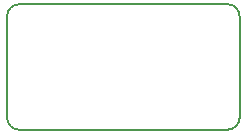
<source format=gko>
G04 Layer_Color=16711935*
%FSAX25Y25*%
%MOIN*%
G70*
G01*
G75*
%ADD16C,0.00800*%
D16*
X0154500Y0182165D02*
G03*
X0158437Y0178228I0003937J0000000D01*
G01*
X0228063D02*
G03*
X0232000Y0182165I0000000J0003937D01*
G01*
X0158437Y0220000D02*
G03*
X0154500Y0216063I0000000J-0003937D01*
G01*
X0232000D02*
G03*
X0228063Y0220000I-0003937J0000000D01*
G01*
X0158437Y0178228D02*
X0228063D01*
X0154500Y0182165D02*
Y0216063D01*
X0232000Y0182165D02*
Y0216063D01*
X0158437Y0220000D02*
X0228063D01*
M02*

</source>
